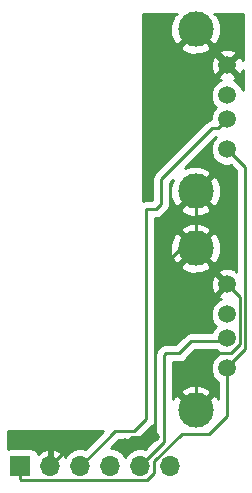
<source format=gbr>
G04 #@! TF.GenerationSoftware,KiCad,Pcbnew,(5.0.0)*
G04 #@! TF.CreationDate,2018-12-19T21:55:00+01:00*
G04 #@! TF.ProjectId,main,6D61696E2E6B696361645F7063620000,rev?*
G04 #@! TF.SameCoordinates,Original*
G04 #@! TF.FileFunction,Copper,L1,Top,Signal*
G04 #@! TF.FilePolarity,Positive*
%FSLAX46Y46*%
G04 Gerber Fmt 4.6, Leading zero omitted, Abs format (unit mm)*
G04 Created by KiCad (PCBNEW (5.0.0)) date 12/19/18 21:55:00*
%MOMM*%
%LPD*%
G01*
G04 APERTURE LIST*
G04 #@! TA.AperFunction,ComponentPad*
%ADD10O,1.700000X1.700000*%
G04 #@! TD*
G04 #@! TA.AperFunction,ComponentPad*
%ADD11R,1.700000X1.700000*%
G04 #@! TD*
G04 #@! TA.AperFunction,ComponentPad*
%ADD12C,1.500000*%
G04 #@! TD*
G04 #@! TA.AperFunction,ComponentPad*
%ADD13C,3.000000*%
G04 #@! TD*
G04 #@! TA.AperFunction,ViaPad*
%ADD14C,0.800000*%
G04 #@! TD*
G04 #@! TA.AperFunction,Conductor*
%ADD15C,0.250000*%
G04 #@! TD*
G04 #@! TA.AperFunction,Conductor*
%ADD16C,0.254000*%
G04 #@! TD*
G04 APERTURE END LIST*
D10*
G04 #@! TO.P,J3,6*
G04 #@! TO.N,USB2_DP*
X242595400Y-164477700D03*
G04 #@! TO.P,J3,5*
G04 #@! TO.N,USB2_DM*
X240055400Y-164477700D03*
G04 #@! TO.P,J3,4*
G04 #@! TO.N,USB1_DP*
X237515400Y-164477700D03*
G04 #@! TO.P,J3,3*
G04 #@! TO.N,USB1_DM*
X234975400Y-164477700D03*
G04 #@! TO.P,J3,2*
G04 #@! TO.N,GND*
X232435400Y-164477700D03*
D11*
G04 #@! TO.P,J3,1*
G04 #@! TO.N,+5V*
X229895400Y-164477700D03*
G04 #@! TD*
D12*
G04 #@! TO.P,J1,4*
G04 #@! TO.N,GND*
X247396000Y-130558000D03*
G04 #@! TO.P,J1,3*
G04 #@! TO.N,USB1_DP*
X247396000Y-133098000D03*
G04 #@! TO.P,J1,2*
G04 #@! TO.N,USB1_DM*
X247396000Y-135128000D03*
G04 #@! TO.P,J1,1*
G04 #@! TO.N,+5V*
X247396000Y-137668000D03*
D13*
G04 #@! TO.P,J1,5*
G04 #@! TO.N,GND*
X244726000Y-127508000D03*
X244726000Y-141228000D03*
G04 #@! TD*
G04 #@! TO.P,J2,5*
G04 #@! TO.N,GND*
X244726000Y-159770000D03*
X244726000Y-146050000D03*
D12*
G04 #@! TO.P,J2,1*
G04 #@! TO.N,+5V*
X247396000Y-156210000D03*
G04 #@! TO.P,J2,2*
G04 #@! TO.N,USB2_DM*
X247396000Y-153670000D03*
G04 #@! TO.P,J2,3*
G04 #@! TO.N,USB2_DP*
X247396000Y-151640000D03*
G04 #@! TO.P,J2,4*
G04 #@! TO.N,GND*
X247396000Y-149100000D03*
G04 #@! TD*
D14*
G04 #@! TO.N,GND*
X242824000Y-137668000D03*
X235712000Y-162052000D03*
X241300000Y-162052000D03*
X238760000Y-162560000D03*
G04 #@! TD*
D15*
G04 #@! TO.N,GND*
X244726000Y-141228000D02*
X244726000Y-144780000D01*
X247396000Y-130178000D02*
X247396000Y-130558000D01*
X244726000Y-127508000D02*
X247396000Y-130178000D01*
X243226001Y-129007999D02*
X243226001Y-135022001D01*
X244726000Y-127508000D02*
X243226001Y-129007999D01*
X243226001Y-135022001D02*
X243226001Y-137265999D01*
X243226001Y-137265999D02*
X242824000Y-137668000D01*
X232435400Y-164477700D02*
X234861100Y-162052000D01*
X234861100Y-162052000D02*
X235712000Y-162052000D01*
X244726000Y-144780000D02*
X241300000Y-148206000D01*
X241300000Y-161486315D02*
X241300000Y-162052000D01*
X241300000Y-148206000D02*
X241300000Y-161486315D01*
X241300000Y-162052000D02*
X239268000Y-162052000D01*
X239159999Y-162160001D02*
X238760000Y-162560000D01*
X239268000Y-162052000D02*
X239159999Y-162160001D01*
X248471001Y-154186001D02*
X248471001Y-150175001D01*
X248471001Y-150175001D02*
X248145999Y-149849999D01*
X244726000Y-158500000D02*
X244726000Y-156848000D01*
X248145999Y-149849999D02*
X247396000Y-149100000D01*
X247717002Y-154940000D02*
X248471001Y-154186001D01*
X244726000Y-156848000D02*
X246634000Y-154940000D01*
X246634000Y-154940000D02*
X247717002Y-154940000D01*
G04 #@! TO.N,+5V*
X248145999Y-138417999D02*
X247396000Y-137668000D01*
X248921012Y-139193012D02*
X248145999Y-138417999D01*
X248921012Y-154559399D02*
X248921012Y-139193012D01*
X247396000Y-156084411D02*
X248921012Y-154559399D01*
X229895400Y-165577700D02*
X229970401Y-165652701D01*
X229895400Y-164477700D02*
X229895400Y-165577700D01*
X229970401Y-165652701D02*
X240619401Y-165652701D01*
X240619401Y-165652701D02*
X241230401Y-165041701D01*
X241230401Y-165041701D02*
X241230401Y-164103697D01*
X241230401Y-164103697D02*
X243536098Y-161798000D01*
X243536098Y-161798000D02*
X245872000Y-161798000D01*
X245872000Y-161798000D02*
X247396000Y-160274000D01*
X247396000Y-160274000D02*
X247396000Y-156084411D01*
G04 #@! TO.N,USB1_DM*
X246138001Y-135877999D02*
X246646001Y-135877999D01*
X241808000Y-140208000D02*
X246138001Y-135877999D01*
X241350800Y-142735300D02*
X241808000Y-142278100D01*
X241808000Y-142278100D02*
X241808000Y-140208000D01*
X241350800Y-142748000D02*
X241350800Y-142735300D01*
X235007298Y-164477700D02*
X237940998Y-161544000D01*
X234975400Y-164477700D02*
X235007298Y-164477700D01*
X246646001Y-135877999D02*
X247396000Y-135128000D01*
X237940998Y-161544000D02*
X239522000Y-161544000D01*
X240538000Y-160528000D02*
X240538000Y-142748000D01*
X239522000Y-161544000D02*
X240538000Y-160528000D01*
X240538000Y-142748000D02*
X241350800Y-142748000D01*
G04 #@! TO.N,USB2_DM*
X246634000Y-153924000D02*
X247396000Y-153162000D01*
X242062000Y-162471100D02*
X242062000Y-155079700D01*
X240055400Y-164477700D02*
X242062000Y-162471100D01*
X242062000Y-155079700D02*
X242201700Y-154940000D01*
X242201700Y-154940000D02*
X243332000Y-154940000D01*
X243332000Y-154940000D02*
X244348000Y-153924000D01*
X244348000Y-153924000D02*
X246634000Y-153924000D01*
G04 #@! TD*
D16*
G04 #@! TO.N,GND*
G36*
X235368413Y-163041783D02*
X235121656Y-162992700D01*
X234829144Y-162992700D01*
X234395982Y-163078861D01*
X233904775Y-163407075D01*
X233691557Y-163726178D01*
X233630583Y-163596342D01*
X233202324Y-163206055D01*
X232792290Y-163036224D01*
X232562400Y-163157545D01*
X232562400Y-164350700D01*
X232582400Y-164350700D01*
X232582400Y-164604700D01*
X232562400Y-164604700D01*
X232562400Y-164624700D01*
X232308400Y-164624700D01*
X232308400Y-164604700D01*
X232288400Y-164604700D01*
X232288400Y-164350700D01*
X232308400Y-164350700D01*
X232308400Y-163157545D01*
X232078510Y-163036224D01*
X231668476Y-163206055D01*
X231364139Y-163483408D01*
X231343557Y-163379935D01*
X231203209Y-163169891D01*
X230993165Y-163029543D01*
X230745400Y-162980260D01*
X229045400Y-162980260D01*
X228802000Y-163028675D01*
X228802000Y-161492000D01*
X236918195Y-161492000D01*
X235368413Y-163041783D01*
X235368413Y-163041783D01*
G37*
X235368413Y-163041783D02*
X235121656Y-162992700D01*
X234829144Y-162992700D01*
X234395982Y-163078861D01*
X233904775Y-163407075D01*
X233691557Y-163726178D01*
X233630583Y-163596342D01*
X233202324Y-163206055D01*
X232792290Y-163036224D01*
X232562400Y-163157545D01*
X232562400Y-164350700D01*
X232582400Y-164350700D01*
X232582400Y-164604700D01*
X232562400Y-164604700D01*
X232562400Y-164624700D01*
X232308400Y-164624700D01*
X232308400Y-164604700D01*
X232288400Y-164604700D01*
X232288400Y-164350700D01*
X232308400Y-164350700D01*
X232308400Y-163157545D01*
X232078510Y-163036224D01*
X231668476Y-163206055D01*
X231364139Y-163483408D01*
X231343557Y-163379935D01*
X231203209Y-163169891D01*
X230993165Y-163029543D01*
X230745400Y-162980260D01*
X229045400Y-162980260D01*
X228802000Y-163028675D01*
X228802000Y-161492000D01*
X236918195Y-161492000D01*
X235368413Y-163041783D01*
G36*
X241302000Y-162156298D02*
X240421808Y-163036491D01*
X240201656Y-162992700D01*
X239909144Y-162992700D01*
X239475982Y-163078861D01*
X238984775Y-163407075D01*
X238785400Y-163705461D01*
X238586025Y-163407075D01*
X238094818Y-163078861D01*
X237661656Y-162992700D01*
X237567100Y-162992700D01*
X238255801Y-162304000D01*
X239447153Y-162304000D01*
X239522000Y-162318888D01*
X239596847Y-162304000D01*
X239596852Y-162304000D01*
X239818537Y-162259904D01*
X240069929Y-162091929D01*
X240112331Y-162028470D01*
X241022473Y-161118329D01*
X241085929Y-161075929D01*
X241253904Y-160824537D01*
X241298000Y-160602852D01*
X241298000Y-160602847D01*
X241302000Y-160582736D01*
X241302000Y-162156298D01*
X241302000Y-162156298D01*
G37*
X241302000Y-162156298D02*
X240421808Y-163036491D01*
X240201656Y-162992700D01*
X239909144Y-162992700D01*
X239475982Y-163078861D01*
X238984775Y-163407075D01*
X238785400Y-163705461D01*
X238586025Y-163407075D01*
X238094818Y-163078861D01*
X237661656Y-162992700D01*
X237567100Y-162992700D01*
X238255801Y-162304000D01*
X239447153Y-162304000D01*
X239522000Y-162318888D01*
X239596847Y-162304000D01*
X239596852Y-162304000D01*
X239818537Y-162259904D01*
X240069929Y-162091929D01*
X240112331Y-162028470D01*
X241022473Y-161118329D01*
X241085929Y-161075929D01*
X241253904Y-160824537D01*
X241298000Y-160602852D01*
X241298000Y-160602847D01*
X241302000Y-160582736D01*
X241302000Y-162156298D01*
G36*
X246611460Y-154844147D02*
X246842870Y-154940000D01*
X246611460Y-155035853D01*
X246221853Y-155425460D01*
X246011000Y-155934506D01*
X246011000Y-156485494D01*
X246221853Y-156994540D01*
X246611460Y-157384147D01*
X246636001Y-157394312D01*
X246636000Y-158781944D01*
X246558739Y-158595418D01*
X246239970Y-158435635D01*
X244905605Y-159770000D01*
X244919748Y-159784143D01*
X244740143Y-159963748D01*
X244726000Y-159949605D01*
X244711858Y-159963748D01*
X244532253Y-159784143D01*
X244546395Y-159770000D01*
X243212030Y-158435635D01*
X242893261Y-158595418D01*
X242822000Y-158777205D01*
X242822000Y-158256030D01*
X243391635Y-158256030D01*
X244726000Y-159590395D01*
X246060365Y-158256030D01*
X245900582Y-157937261D01*
X245109813Y-157627277D01*
X244260613Y-157643503D01*
X243551418Y-157937261D01*
X243391635Y-158256030D01*
X242822000Y-158256030D01*
X242822000Y-155700000D01*
X243257153Y-155700000D01*
X243332000Y-155714888D01*
X243406847Y-155700000D01*
X243406852Y-155700000D01*
X243628537Y-155655904D01*
X243879929Y-155487929D01*
X243922331Y-155424470D01*
X244662802Y-154684000D01*
X246451313Y-154684000D01*
X246611460Y-154844147D01*
X246611460Y-154844147D01*
G37*
X246611460Y-154844147D02*
X246842870Y-154940000D01*
X246611460Y-155035853D01*
X246221853Y-155425460D01*
X246011000Y-155934506D01*
X246011000Y-156485494D01*
X246221853Y-156994540D01*
X246611460Y-157384147D01*
X246636001Y-157394312D01*
X246636000Y-158781944D01*
X246558739Y-158595418D01*
X246239970Y-158435635D01*
X244905605Y-159770000D01*
X244919748Y-159784143D01*
X244740143Y-159963748D01*
X244726000Y-159949605D01*
X244711858Y-159963748D01*
X244532253Y-159784143D01*
X244546395Y-159770000D01*
X243212030Y-158435635D01*
X242893261Y-158595418D01*
X242822000Y-158777205D01*
X242822000Y-158256030D01*
X243391635Y-158256030D01*
X244726000Y-159590395D01*
X246060365Y-158256030D01*
X245900582Y-157937261D01*
X245109813Y-157627277D01*
X244260613Y-157643503D01*
X243551418Y-157937261D01*
X243391635Y-158256030D01*
X242822000Y-158256030D01*
X242822000Y-155700000D01*
X243257153Y-155700000D01*
X243332000Y-155714888D01*
X243406847Y-155700000D01*
X243406852Y-155700000D01*
X243628537Y-155655904D01*
X243879929Y-155487929D01*
X243922331Y-155424470D01*
X244662802Y-154684000D01*
X246451313Y-154684000D01*
X246611460Y-154844147D01*
G36*
X246221853Y-136883460D02*
X246011000Y-137392506D01*
X246011000Y-137943494D01*
X246221853Y-138452540D01*
X246611460Y-138842147D01*
X247120506Y-139053000D01*
X247671494Y-139053000D01*
X247696034Y-139042835D01*
X248161013Y-139507815D01*
X248161012Y-148033155D01*
X248119923Y-147887540D01*
X247600829Y-147702799D01*
X247050552Y-147730770D01*
X246672077Y-147887540D01*
X246604088Y-148128483D01*
X247396000Y-148920395D01*
X247410143Y-148906253D01*
X247589748Y-149085858D01*
X247575605Y-149100000D01*
X247589748Y-149114143D01*
X247410143Y-149293748D01*
X247396000Y-149279605D01*
X246604088Y-150071517D01*
X246672077Y-150312460D01*
X246838658Y-150371745D01*
X246611460Y-150465853D01*
X246221853Y-150855460D01*
X246011000Y-151364506D01*
X246011000Y-151915494D01*
X246221853Y-152424540D01*
X246452313Y-152655000D01*
X246221853Y-152885460D01*
X246106478Y-153164000D01*
X244422847Y-153164000D01*
X244348000Y-153149112D01*
X244273153Y-153164000D01*
X244273148Y-153164000D01*
X244051463Y-153208096D01*
X243800071Y-153376071D01*
X243757671Y-153439527D01*
X243017199Y-154180000D01*
X242276548Y-154180000D01*
X242201700Y-154165112D01*
X242126852Y-154180000D01*
X242126848Y-154180000D01*
X241905163Y-154224096D01*
X241653771Y-154392071D01*
X241611369Y-154455530D01*
X241577528Y-154489371D01*
X241514072Y-154531771D01*
X241471672Y-154595227D01*
X241471671Y-154595228D01*
X241412356Y-154684000D01*
X241346097Y-154783163D01*
X241333967Y-154844147D01*
X241298000Y-155024962D01*
X241298000Y-148895171D01*
X245998799Y-148895171D01*
X246026770Y-149445448D01*
X246183540Y-149823923D01*
X246424483Y-149891912D01*
X247216395Y-149100000D01*
X246424483Y-148308088D01*
X246183540Y-148376077D01*
X245998799Y-148895171D01*
X241298000Y-148895171D01*
X241298000Y-147563970D01*
X243391635Y-147563970D01*
X243551418Y-147882739D01*
X244342187Y-148192723D01*
X245191387Y-148176497D01*
X245900582Y-147882739D01*
X246060365Y-147563970D01*
X244726000Y-146229605D01*
X243391635Y-147563970D01*
X241298000Y-147563970D01*
X241298000Y-145666187D01*
X242583277Y-145666187D01*
X242599503Y-146515387D01*
X242893261Y-147224582D01*
X243212030Y-147384365D01*
X244546395Y-146050000D01*
X244905605Y-146050000D01*
X246239970Y-147384365D01*
X246558739Y-147224582D01*
X246868723Y-146433813D01*
X246852497Y-145584613D01*
X246558739Y-144875418D01*
X246239970Y-144715635D01*
X244905605Y-146050000D01*
X244546395Y-146050000D01*
X243212030Y-144715635D01*
X242893261Y-144875418D01*
X242583277Y-145666187D01*
X241298000Y-145666187D01*
X241298000Y-144536030D01*
X243391635Y-144536030D01*
X244726000Y-145870395D01*
X246060365Y-144536030D01*
X245900582Y-144217261D01*
X245109813Y-143907277D01*
X244260613Y-143923503D01*
X243551418Y-144217261D01*
X243391635Y-144536030D01*
X241298000Y-144536030D01*
X241298000Y-143512386D01*
X241350800Y-143522889D01*
X241425652Y-143508000D01*
X241647337Y-143463904D01*
X241898729Y-143295929D01*
X241966704Y-143194197D01*
X242292473Y-142868429D01*
X242355929Y-142826029D01*
X242412095Y-142741970D01*
X243391635Y-142741970D01*
X243551418Y-143060739D01*
X244342187Y-143370723D01*
X245191387Y-143354497D01*
X245900582Y-143060739D01*
X246060365Y-142741970D01*
X244726000Y-141407605D01*
X243391635Y-142741970D01*
X242412095Y-142741970D01*
X242523904Y-142574637D01*
X242568000Y-142352952D01*
X242568000Y-142352948D01*
X242582888Y-142278101D01*
X242568000Y-142203254D01*
X242568000Y-140522801D01*
X242800339Y-140290462D01*
X242583277Y-140844187D01*
X242599503Y-141693387D01*
X242893261Y-142402582D01*
X243212030Y-142562365D01*
X244546395Y-141228000D01*
X244905605Y-141228000D01*
X246239970Y-142562365D01*
X246558739Y-142402582D01*
X246868723Y-141611813D01*
X246852497Y-140762613D01*
X246558739Y-140053418D01*
X246239970Y-139893635D01*
X244905605Y-141228000D01*
X244546395Y-141228000D01*
X244532253Y-141213858D01*
X244711858Y-141034253D01*
X244726000Y-141048395D01*
X246060365Y-139714030D01*
X245900582Y-139395261D01*
X245109813Y-139085277D01*
X244260613Y-139101503D01*
X243797450Y-139293351D01*
X246452803Y-136637999D01*
X246467314Y-136637999D01*
X246221853Y-136883460D01*
X246221853Y-136883460D01*
G37*
X246221853Y-136883460D02*
X246011000Y-137392506D01*
X246011000Y-137943494D01*
X246221853Y-138452540D01*
X246611460Y-138842147D01*
X247120506Y-139053000D01*
X247671494Y-139053000D01*
X247696034Y-139042835D01*
X248161013Y-139507815D01*
X248161012Y-148033155D01*
X248119923Y-147887540D01*
X247600829Y-147702799D01*
X247050552Y-147730770D01*
X246672077Y-147887540D01*
X246604088Y-148128483D01*
X247396000Y-148920395D01*
X247410143Y-148906253D01*
X247589748Y-149085858D01*
X247575605Y-149100000D01*
X247589748Y-149114143D01*
X247410143Y-149293748D01*
X247396000Y-149279605D01*
X246604088Y-150071517D01*
X246672077Y-150312460D01*
X246838658Y-150371745D01*
X246611460Y-150465853D01*
X246221853Y-150855460D01*
X246011000Y-151364506D01*
X246011000Y-151915494D01*
X246221853Y-152424540D01*
X246452313Y-152655000D01*
X246221853Y-152885460D01*
X246106478Y-153164000D01*
X244422847Y-153164000D01*
X244348000Y-153149112D01*
X244273153Y-153164000D01*
X244273148Y-153164000D01*
X244051463Y-153208096D01*
X243800071Y-153376071D01*
X243757671Y-153439527D01*
X243017199Y-154180000D01*
X242276548Y-154180000D01*
X242201700Y-154165112D01*
X242126852Y-154180000D01*
X242126848Y-154180000D01*
X241905163Y-154224096D01*
X241653771Y-154392071D01*
X241611369Y-154455530D01*
X241577528Y-154489371D01*
X241514072Y-154531771D01*
X241471672Y-154595227D01*
X241471671Y-154595228D01*
X241412356Y-154684000D01*
X241346097Y-154783163D01*
X241333967Y-154844147D01*
X241298000Y-155024962D01*
X241298000Y-148895171D01*
X245998799Y-148895171D01*
X246026770Y-149445448D01*
X246183540Y-149823923D01*
X246424483Y-149891912D01*
X247216395Y-149100000D01*
X246424483Y-148308088D01*
X246183540Y-148376077D01*
X245998799Y-148895171D01*
X241298000Y-148895171D01*
X241298000Y-147563970D01*
X243391635Y-147563970D01*
X243551418Y-147882739D01*
X244342187Y-148192723D01*
X245191387Y-148176497D01*
X245900582Y-147882739D01*
X246060365Y-147563970D01*
X244726000Y-146229605D01*
X243391635Y-147563970D01*
X241298000Y-147563970D01*
X241298000Y-145666187D01*
X242583277Y-145666187D01*
X242599503Y-146515387D01*
X242893261Y-147224582D01*
X243212030Y-147384365D01*
X244546395Y-146050000D01*
X244905605Y-146050000D01*
X246239970Y-147384365D01*
X246558739Y-147224582D01*
X246868723Y-146433813D01*
X246852497Y-145584613D01*
X246558739Y-144875418D01*
X246239970Y-144715635D01*
X244905605Y-146050000D01*
X244546395Y-146050000D01*
X243212030Y-144715635D01*
X242893261Y-144875418D01*
X242583277Y-145666187D01*
X241298000Y-145666187D01*
X241298000Y-144536030D01*
X243391635Y-144536030D01*
X244726000Y-145870395D01*
X246060365Y-144536030D01*
X245900582Y-144217261D01*
X245109813Y-143907277D01*
X244260613Y-143923503D01*
X243551418Y-144217261D01*
X243391635Y-144536030D01*
X241298000Y-144536030D01*
X241298000Y-143512386D01*
X241350800Y-143522889D01*
X241425652Y-143508000D01*
X241647337Y-143463904D01*
X241898729Y-143295929D01*
X241966704Y-143194197D01*
X242292473Y-142868429D01*
X242355929Y-142826029D01*
X242412095Y-142741970D01*
X243391635Y-142741970D01*
X243551418Y-143060739D01*
X244342187Y-143370723D01*
X245191387Y-143354497D01*
X245900582Y-143060739D01*
X246060365Y-142741970D01*
X244726000Y-141407605D01*
X243391635Y-142741970D01*
X242412095Y-142741970D01*
X242523904Y-142574637D01*
X242568000Y-142352952D01*
X242568000Y-142352948D01*
X242582888Y-142278101D01*
X242568000Y-142203254D01*
X242568000Y-140522801D01*
X242800339Y-140290462D01*
X242583277Y-140844187D01*
X242599503Y-141693387D01*
X242893261Y-142402582D01*
X243212030Y-142562365D01*
X244546395Y-141228000D01*
X244905605Y-141228000D01*
X246239970Y-142562365D01*
X246558739Y-142402582D01*
X246868723Y-141611813D01*
X246852497Y-140762613D01*
X246558739Y-140053418D01*
X246239970Y-139893635D01*
X244905605Y-141228000D01*
X244546395Y-141228000D01*
X244532253Y-141213858D01*
X244711858Y-141034253D01*
X244726000Y-141048395D01*
X246060365Y-139714030D01*
X245900582Y-139395261D01*
X245109813Y-139085277D01*
X244260613Y-139101503D01*
X243797450Y-139293351D01*
X246452803Y-136637999D01*
X246467314Y-136637999D01*
X246221853Y-136883460D01*
G36*
X242893261Y-126333418D02*
X242583277Y-127124187D01*
X242599503Y-127973387D01*
X242893261Y-128682582D01*
X243212030Y-128842365D01*
X244546395Y-127508000D01*
X244532253Y-127493858D01*
X244711858Y-127314253D01*
X244726000Y-127328395D01*
X244740143Y-127314253D01*
X244919748Y-127493858D01*
X244905605Y-127508000D01*
X246239970Y-128842365D01*
X246558739Y-128682582D01*
X246868723Y-127891813D01*
X246852497Y-127042613D01*
X246558739Y-126333418D01*
X246264638Y-126186000D01*
X248718000Y-126186000D01*
X248718000Y-130098529D01*
X248608460Y-129834077D01*
X248367517Y-129766088D01*
X247575605Y-130558000D01*
X248367517Y-131349912D01*
X248608460Y-131281923D01*
X248718000Y-130974132D01*
X248718000Y-132670410D01*
X248570147Y-132313460D01*
X248180540Y-131923853D01*
X247965070Y-131834603D01*
X248119923Y-131770460D01*
X248187912Y-131529517D01*
X247396000Y-130737605D01*
X246604088Y-131529517D01*
X246672077Y-131770460D01*
X246838658Y-131829745D01*
X246611460Y-131923853D01*
X246221853Y-132313460D01*
X246011000Y-132822506D01*
X246011000Y-133373494D01*
X246221853Y-133882540D01*
X246452313Y-134113000D01*
X246221853Y-134343460D01*
X246011000Y-134852506D01*
X246011000Y-135128372D01*
X245841464Y-135162095D01*
X245590072Y-135330070D01*
X245547672Y-135393526D01*
X241323528Y-139617671D01*
X241260072Y-139660071D01*
X241217672Y-139723527D01*
X241217671Y-139723528D01*
X241092097Y-139911463D01*
X241033112Y-140208000D01*
X241048001Y-140282852D01*
X241048000Y-141963298D01*
X241023299Y-141988000D01*
X240612852Y-141988000D01*
X240538000Y-141973111D01*
X240463148Y-141988000D01*
X240241463Y-142032096D01*
X240232000Y-142038419D01*
X240232000Y-130353171D01*
X245998799Y-130353171D01*
X246026770Y-130903448D01*
X246183540Y-131281923D01*
X246424483Y-131349912D01*
X247216395Y-130558000D01*
X246424483Y-129766088D01*
X246183540Y-129834077D01*
X245998799Y-130353171D01*
X240232000Y-130353171D01*
X240232000Y-129021970D01*
X243391635Y-129021970D01*
X243551418Y-129340739D01*
X244342187Y-129650723D01*
X245191387Y-129634497D01*
X245307303Y-129586483D01*
X246604088Y-129586483D01*
X247396000Y-130378395D01*
X248187912Y-129586483D01*
X248119923Y-129345540D01*
X247600829Y-129160799D01*
X247050552Y-129188770D01*
X246672077Y-129345540D01*
X246604088Y-129586483D01*
X245307303Y-129586483D01*
X245900582Y-129340739D01*
X246060365Y-129021970D01*
X244726000Y-127687605D01*
X243391635Y-129021970D01*
X240232000Y-129021970D01*
X240232000Y-126186000D01*
X243187362Y-126186000D01*
X242893261Y-126333418D01*
X242893261Y-126333418D01*
G37*
X242893261Y-126333418D02*
X242583277Y-127124187D01*
X242599503Y-127973387D01*
X242893261Y-128682582D01*
X243212030Y-128842365D01*
X244546395Y-127508000D01*
X244532253Y-127493858D01*
X244711858Y-127314253D01*
X244726000Y-127328395D01*
X244740143Y-127314253D01*
X244919748Y-127493858D01*
X244905605Y-127508000D01*
X246239970Y-128842365D01*
X246558739Y-128682582D01*
X246868723Y-127891813D01*
X246852497Y-127042613D01*
X246558739Y-126333418D01*
X246264638Y-126186000D01*
X248718000Y-126186000D01*
X248718000Y-130098529D01*
X248608460Y-129834077D01*
X248367517Y-129766088D01*
X247575605Y-130558000D01*
X248367517Y-131349912D01*
X248608460Y-131281923D01*
X248718000Y-130974132D01*
X248718000Y-132670410D01*
X248570147Y-132313460D01*
X248180540Y-131923853D01*
X247965070Y-131834603D01*
X248119923Y-131770460D01*
X248187912Y-131529517D01*
X247396000Y-130737605D01*
X246604088Y-131529517D01*
X246672077Y-131770460D01*
X246838658Y-131829745D01*
X246611460Y-131923853D01*
X246221853Y-132313460D01*
X246011000Y-132822506D01*
X246011000Y-133373494D01*
X246221853Y-133882540D01*
X246452313Y-134113000D01*
X246221853Y-134343460D01*
X246011000Y-134852506D01*
X246011000Y-135128372D01*
X245841464Y-135162095D01*
X245590072Y-135330070D01*
X245547672Y-135393526D01*
X241323528Y-139617671D01*
X241260072Y-139660071D01*
X241217672Y-139723527D01*
X241217671Y-139723528D01*
X241092097Y-139911463D01*
X241033112Y-140208000D01*
X241048001Y-140282852D01*
X241048000Y-141963298D01*
X241023299Y-141988000D01*
X240612852Y-141988000D01*
X240538000Y-141973111D01*
X240463148Y-141988000D01*
X240241463Y-142032096D01*
X240232000Y-142038419D01*
X240232000Y-130353171D01*
X245998799Y-130353171D01*
X246026770Y-130903448D01*
X246183540Y-131281923D01*
X246424483Y-131349912D01*
X247216395Y-130558000D01*
X246424483Y-129766088D01*
X246183540Y-129834077D01*
X245998799Y-130353171D01*
X240232000Y-130353171D01*
X240232000Y-129021970D01*
X243391635Y-129021970D01*
X243551418Y-129340739D01*
X244342187Y-129650723D01*
X245191387Y-129634497D01*
X245307303Y-129586483D01*
X246604088Y-129586483D01*
X247396000Y-130378395D01*
X248187912Y-129586483D01*
X248119923Y-129345540D01*
X247600829Y-129160799D01*
X247050552Y-129188770D01*
X246672077Y-129345540D01*
X246604088Y-129586483D01*
X245307303Y-129586483D01*
X245900582Y-129340739D01*
X246060365Y-129021970D01*
X244726000Y-127687605D01*
X243391635Y-129021970D01*
X240232000Y-129021970D01*
X240232000Y-126186000D01*
X243187362Y-126186000D01*
X242893261Y-126333418D01*
G04 #@! TD*
M02*

</source>
